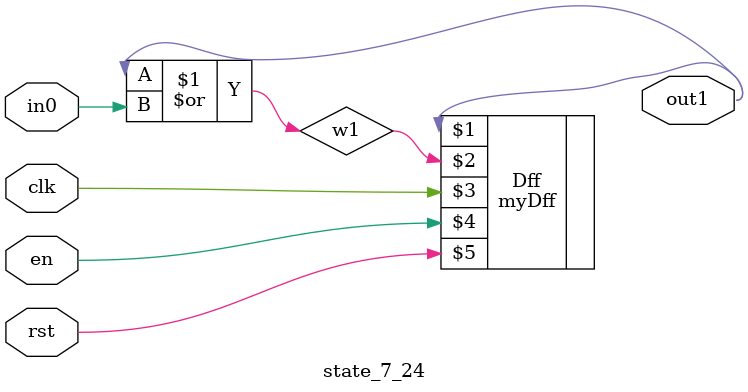
<source format=v>
module engine_7(out,clk,sod,en, in_7_0, in_7_1, in_7_2, in_7_3, in_7_4, in_7_5, in_7_6, in_7_7, in_7_8, in_7_9, in_7_10, in_7_11, in_7_12, in_7_13);
//pcre: /A°d°v°a°n°c°e°d°\s+°S°p°y°\s+°R°e°p°o°r°t°\s+°f°o°r/smi
//block char: A[0], d[1], v[2], n[3], c[4], e[5], \x20[6], S[7], p[8], y[9], R[10], o[11], t[12], f[13], 

	input clk,sod,en;

	input in_7_0, in_7_1, in_7_2, in_7_3, in_7_4, in_7_5, in_7_6, in_7_7, in_7_8, in_7_9, in_7_10, in_7_11, in_7_12, in_7_13;
	output out;


	state_7_0 St_0 (y1,1'b0,clk,en,sod);
	assign w0 = ~y1;
	state_7_1 BS_7_1 (w1,in_7_0,clk,en,sod,w0);
	state_7_2 BS_7_2 (w2,in_7_1,clk,en,sod,w1);
	state_7_3 BS_7_3 (w3,in_7_2,clk,en,sod,w2);
	state_7_4 BS_7_4 (w4,in_7_0,clk,en,sod,w3);
	state_7_5 BS_7_5 (w5,in_7_3,clk,en,sod,w4);
	state_7_6 BS_7_6 (w6,in_7_4,clk,en,sod,w5);
	state_7_7 BS_7_7 (w7,in_7_5,clk,en,sod,w6);
	state_7_8 BS_7_8 (w8,in_7_1,clk,en,sod,w7);
	state_7_9 BS_7_9 (w9,in_7_6,clk,en,sod,w9,w8);
	state_7_10 BS_7_10 (w10,in_7_7,clk,en,sod,w9);
	state_7_11 BS_7_11 (w11,in_7_8,clk,en,sod,w10);
	state_7_12 BS_7_12 (w12,in_7_9,clk,en,sod,w11);
	state_7_13 BS_7_13 (w13,in_7_6,clk,en,sod,w13,w12);
	state_7_14 BS_7_14 (w14,in_7_10,clk,en,sod,w13);
	state_7_15 BS_7_15 (w15,in_7_5,clk,en,sod,w14);
	state_7_16 BS_7_16 (w16,in_7_8,clk,en,sod,w15);
	state_7_17 BS_7_17 (w17,in_7_11,clk,en,sod,w16);
	state_7_18 BS_7_18 (w18,in_7_10,clk,en,sod,w17);
	state_7_19 BS_7_19 (w19,in_7_12,clk,en,sod,w18);
	state_7_20 BS_7_20 (w20,in_7_6,clk,en,sod,w20,w19);
	state_7_21 BS_7_21 (w21,in_7_13,clk,en,sod,w20);
	state_7_22 BS_7_22 (w22,in_7_11,clk,en,sod,w21);
	state_7_23 BS_7_23 (w23,in_7_10,clk,en,sod,w22);
	state_7_24 BS_7_24 (out,clk,en,sod,w23);
endmodule

module state_7_0(out1,in1,clk,en,rst);
	input in1,clk,rst,en;
	output out1;
	myDff Dff (out1,in1,clk,en,rst);
endmodule

module state_7_1(out1,in_char,clk,en,rst,in0);
	input in_char,clk,en,rst,in0;
	output out1;
	wire w1,w2;
	assign w1 = in0; 
	and(w2,in_char,w1);
	myDff Dff (out1,w2,clk,en,rst);
endmodule

module state_7_2(out1,in_char,clk,en,rst,in0);
	input in_char,clk,en,rst,in0;
	output out1;
	wire w1,w2;
	assign w1 = in0; 
	and(w2,in_char,w1);
	myDff Dff (out1,w2,clk,en,rst);
endmodule

module state_7_3(out1,in_char,clk,en,rst,in0);
	input in_char,clk,en,rst,in0;
	output out1;
	wire w1,w2;
	assign w1 = in0; 
	and(w2,in_char,w1);
	myDff Dff (out1,w2,clk,en,rst);
endmodule

module state_7_4(out1,in_char,clk,en,rst,in0);
	input in_char,clk,en,rst,in0;
	output out1;
	wire w1,w2;
	assign w1 = in0; 
	and(w2,in_char,w1);
	myDff Dff (out1,w2,clk,en,rst);
endmodule

module state_7_5(out1,in_char,clk,en,rst,in0);
	input in_char,clk,en,rst,in0;
	output out1;
	wire w1,w2;
	assign w1 = in0; 
	and(w2,in_char,w1);
	myDff Dff (out1,w2,clk,en,rst);
endmodule

module state_7_6(out1,in_char,clk,en,rst,in0);
	input in_char,clk,en,rst,in0;
	output out1;
	wire w1,w2;
	assign w1 = in0; 
	and(w2,in_char,w1);
	myDff Dff (out1,w2,clk,en,rst);
endmodule

module state_7_7(out1,in_char,clk,en,rst,in0);
	input in_char,clk,en,rst,in0;
	output out1;
	wire w1,w2;
	assign w1 = in0; 
	and(w2,in_char,w1);
	myDff Dff (out1,w2,clk,en,rst);
endmodule

module state_7_8(out1,in_char,clk,en,rst,in0);
	input in_char,clk,en,rst,in0;
	output out1;
	wire w1,w2;
	assign w1 = in0; 
	and(w2,in_char,w1);
	myDff Dff (out1,w2,clk,en,rst);
endmodule

module state_7_9(out1,in_char,clk,en,rst,in0,in1);
	input in_char,clk,en,rst,in0,in1;
	output out1;
	wire w1,w2;
	or(w1,in0,in1);
	and(w2,in_char,w1);
	myDff Dff (out1,w2,clk,en,rst);
endmodule

module state_7_10(out1,in_char,clk,en,rst,in0);
	input in_char,clk,en,rst,in0;
	output out1;
	wire w1,w2;
	assign w1 = in0; 
	and(w2,in_char,w1);
	myDff Dff (out1,w2,clk,en,rst);
endmodule

module state_7_11(out1,in_char,clk,en,rst,in0);
	input in_char,clk,en,rst,in0;
	output out1;
	wire w1,w2;
	assign w1 = in0; 
	and(w2,in_char,w1);
	myDff Dff (out1,w2,clk,en,rst);
endmodule

module state_7_12(out1,in_char,clk,en,rst,in0);
	input in_char,clk,en,rst,in0;
	output out1;
	wire w1,w2;
	assign w1 = in0; 
	and(w2,in_char,w1);
	myDff Dff (out1,w2,clk,en,rst);
endmodule

module state_7_13(out1,in_char,clk,en,rst,in0,in1);
	input in_char,clk,en,rst,in0,in1;
	output out1;
	wire w1,w2;
	or(w1,in0,in1);
	and(w2,in_char,w1);
	myDff Dff (out1,w2,clk,en,rst);
endmodule

module state_7_14(out1,in_char,clk,en,rst,in0);
	input in_char,clk,en,rst,in0;
	output out1;
	wire w1,w2;
	assign w1 = in0; 
	and(w2,in_char,w1);
	myDff Dff (out1,w2,clk,en,rst);
endmodule

module state_7_15(out1,in_char,clk,en,rst,in0);
	input in_char,clk,en,rst,in0;
	output out1;
	wire w1,w2;
	assign w1 = in0; 
	and(w2,in_char,w1);
	myDff Dff (out1,w2,clk,en,rst);
endmodule

module state_7_16(out1,in_char,clk,en,rst,in0);
	input in_char,clk,en,rst,in0;
	output out1;
	wire w1,w2;
	assign w1 = in0; 
	and(w2,in_char,w1);
	myDff Dff (out1,w2,clk,en,rst);
endmodule

module state_7_17(out1,in_char,clk,en,rst,in0);
	input in_char,clk,en,rst,in0;
	output out1;
	wire w1,w2;
	assign w1 = in0; 
	and(w2,in_char,w1);
	myDff Dff (out1,w2,clk,en,rst);
endmodule

module state_7_18(out1,in_char,clk,en,rst,in0);
	input in_char,clk,en,rst,in0;
	output out1;
	wire w1,w2;
	assign w1 = in0; 
	and(w2,in_char,w1);
	myDff Dff (out1,w2,clk,en,rst);
endmodule

module state_7_19(out1,in_char,clk,en,rst,in0);
	input in_char,clk,en,rst,in0;
	output out1;
	wire w1,w2;
	assign w1 = in0; 
	and(w2,in_char,w1);
	myDff Dff (out1,w2,clk,en,rst);
endmodule

module state_7_20(out1,in_char,clk,en,rst,in0,in1);
	input in_char,clk,en,rst,in0,in1;
	output out1;
	wire w1,w2;
	or(w1,in0,in1);
	and(w2,in_char,w1);
	myDff Dff (out1,w2,clk,en,rst);
endmodule

module state_7_21(out1,in_char,clk,en,rst,in0);
	input in_char,clk,en,rst,in0;
	output out1;
	wire w1,w2;
	assign w1 = in0; 
	and(w2,in_char,w1);
	myDff Dff (out1,w2,clk,en,rst);
endmodule

module state_7_22(out1,in_char,clk,en,rst,in0);
	input in_char,clk,en,rst,in0;
	output out1;
	wire w1,w2;
	assign w1 = in0; 
	and(w2,in_char,w1);
	myDff Dff (out1,w2,clk,en,rst);
endmodule

module state_7_23(out1,in_char,clk,en,rst,in0);
	input in_char,clk,en,rst,in0;
	output out1;
	wire w1,w2;
	assign w1 = in0; 
	and(w2,in_char,w1);
	myDff Dff (out1,w2,clk,en,rst);
endmodule

module state_7_24(out1,clk,en,rst,in0);
	input clk,rst,en,in0;
	output out1;
	wire w1;
	or(w1,out1,in0);
	myDff Dff (out1,w1,clk,en,rst);
endmodule


</source>
